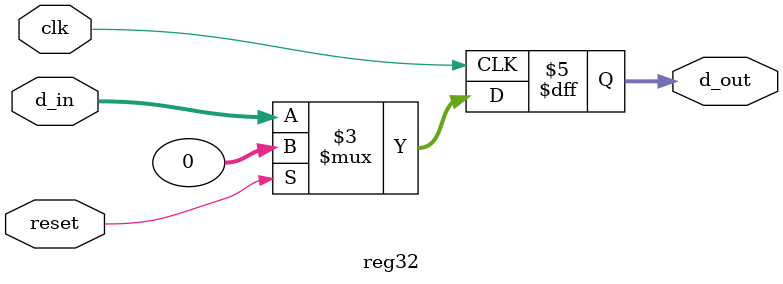
<source format=v>

module reg32 (clk, reset, d_in, d_out);
    input       	clk, reset;
    input	[31:0]	d_in;
    output 	[31:0] 	d_out;
    reg 	[31:0]	 d_out;
   
    always @(posedge clk)
    begin
        if (reset) d_out <= 0;
        else d_out <= d_in;
    end

endmodule
	

</source>
